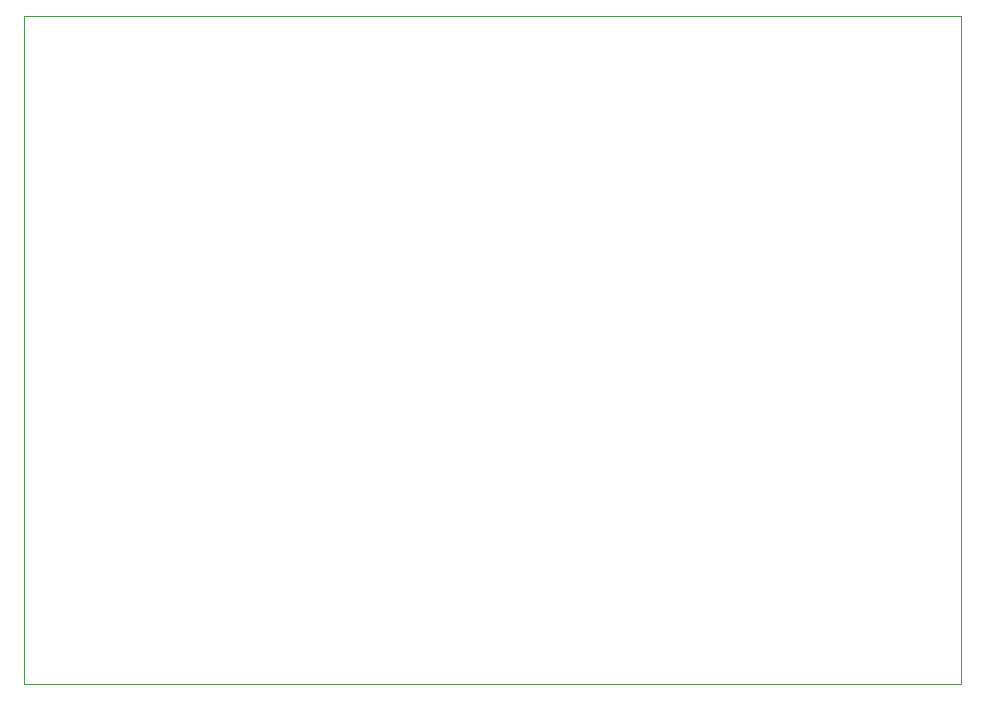
<source format=gbr>
%TF.GenerationSoftware,KiCad,Pcbnew,9.0.0*%
%TF.CreationDate,2025-05-14T15:28:33-04:00*%
%TF.ProjectId,DRAWBRIDGE,44524157-4252-4494-9447-452e6b696361,rev?*%
%TF.SameCoordinates,Original*%
%TF.FileFunction,Profile,NP*%
%FSLAX46Y46*%
G04 Gerber Fmt 4.6, Leading zero omitted, Abs format (unit mm)*
G04 Created by KiCad (PCBNEW 9.0.0) date 2025-05-14 15:28:33*
%MOMM*%
%LPD*%
G01*
G04 APERTURE LIST*
%TA.AperFunction,Profile*%
%ADD10C,0.050000*%
%TD*%
G04 APERTURE END LIST*
D10*
X95250000Y-43815000D02*
X174625000Y-43815000D01*
X174625000Y-100330000D01*
X95250000Y-100330000D01*
X95250000Y-43815000D01*
M02*

</source>
